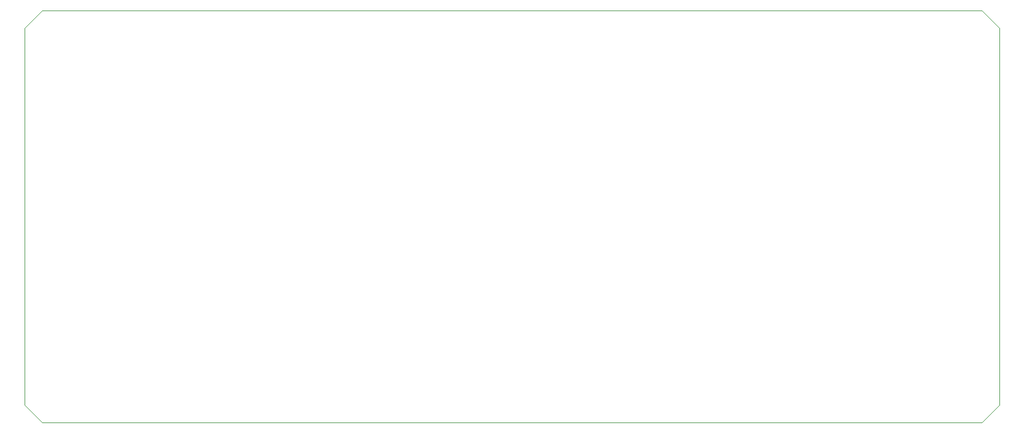
<source format=gm1>
G04 #@! TF.GenerationSoftware,KiCad,Pcbnew,7.0.10*
G04 #@! TF.CreationDate,2024-02-18T19:41:56-05:00*
G04 #@! TF.ProjectId,linearlight,6c696e65-6172-46c6-9967-68742e6b6963,rev?*
G04 #@! TF.SameCoordinates,Original*
G04 #@! TF.FileFunction,Profile,NP*
%FSLAX46Y46*%
G04 Gerber Fmt 4.6, Leading zero omitted, Abs format (unit mm)*
G04 Created by KiCad (PCBNEW 7.0.10) date 2024-02-18 19:41:56*
%MOMM*%
%LPD*%
G01*
G04 APERTURE LIST*
G04 #@! TA.AperFunction,Profile*
%ADD10C,0.100000*%
G04 #@! TD*
G04 APERTURE END LIST*
D10*
X266700000Y-87630000D02*
X266700000Y-142240000D01*
X264160000Y-144780000D01*
X128270000Y-144780000D01*
X125730000Y-142240000D01*
X125730000Y-87630000D01*
X128270000Y-85090000D01*
X264160000Y-85090000D01*
X266700000Y-87630000D01*
M02*

</source>
